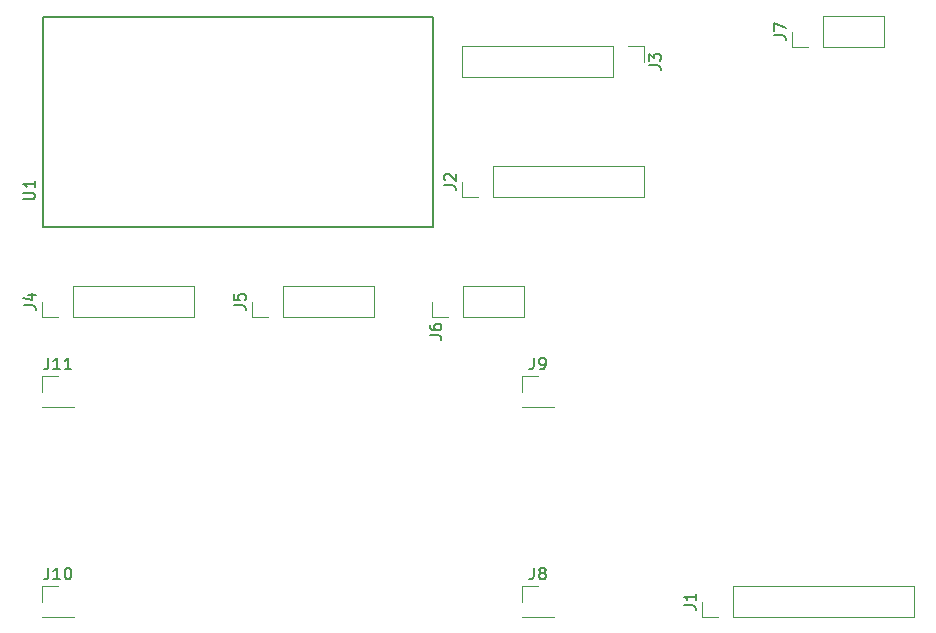
<source format=gbr>
%TF.GenerationSoftware,KiCad,Pcbnew,8.0.6*%
%TF.CreationDate,2024-11-20T22:47:01+01:00*%
%TF.ProjectId,Serverl_fter,53657276-6572-46cf-9c66-7465722e6b69,rev?*%
%TF.SameCoordinates,Original*%
%TF.FileFunction,Legend,Top*%
%TF.FilePolarity,Positive*%
%FSLAX46Y46*%
G04 Gerber Fmt 4.6, Leading zero omitted, Abs format (unit mm)*
G04 Created by KiCad (PCBNEW 8.0.6) date 2024-11-20 22:47:01*
%MOMM*%
%LPD*%
G01*
G04 APERTURE LIST*
%ADD10C,0.150000*%
%ADD11C,0.120000*%
%ADD12C,0.127000*%
G04 APERTURE END LIST*
D10*
X75866666Y-55544819D02*
X75866666Y-56259104D01*
X75866666Y-56259104D02*
X75819047Y-56401961D01*
X75819047Y-56401961D02*
X75723809Y-56497200D01*
X75723809Y-56497200D02*
X75580952Y-56544819D01*
X75580952Y-56544819D02*
X75485714Y-56544819D01*
X76390476Y-56544819D02*
X76580952Y-56544819D01*
X76580952Y-56544819D02*
X76676190Y-56497200D01*
X76676190Y-56497200D02*
X76723809Y-56449580D01*
X76723809Y-56449580D02*
X76819047Y-56306723D01*
X76819047Y-56306723D02*
X76866666Y-56116247D01*
X76866666Y-56116247D02*
X76866666Y-55735295D01*
X76866666Y-55735295D02*
X76819047Y-55640057D01*
X76819047Y-55640057D02*
X76771428Y-55592438D01*
X76771428Y-55592438D02*
X76676190Y-55544819D01*
X76676190Y-55544819D02*
X76485714Y-55544819D01*
X76485714Y-55544819D02*
X76390476Y-55592438D01*
X76390476Y-55592438D02*
X76342857Y-55640057D01*
X76342857Y-55640057D02*
X76295238Y-55735295D01*
X76295238Y-55735295D02*
X76295238Y-55973390D01*
X76295238Y-55973390D02*
X76342857Y-56068628D01*
X76342857Y-56068628D02*
X76390476Y-56116247D01*
X76390476Y-56116247D02*
X76485714Y-56163866D01*
X76485714Y-56163866D02*
X76676190Y-56163866D01*
X76676190Y-56163866D02*
X76771428Y-56116247D01*
X76771428Y-56116247D02*
X76819047Y-56068628D01*
X76819047Y-56068628D02*
X76866666Y-55973390D01*
X32619819Y-42146904D02*
X33429342Y-42146904D01*
X33429342Y-42146904D02*
X33524580Y-42099285D01*
X33524580Y-42099285D02*
X33572200Y-42051666D01*
X33572200Y-42051666D02*
X33619819Y-41956428D01*
X33619819Y-41956428D02*
X33619819Y-41765952D01*
X33619819Y-41765952D02*
X33572200Y-41670714D01*
X33572200Y-41670714D02*
X33524580Y-41623095D01*
X33524580Y-41623095D02*
X33429342Y-41575476D01*
X33429342Y-41575476D02*
X32619819Y-41575476D01*
X33619819Y-40575476D02*
X33619819Y-41146904D01*
X33619819Y-40861190D02*
X32619819Y-40861190D01*
X32619819Y-40861190D02*
X32762676Y-40956428D01*
X32762676Y-40956428D02*
X32857914Y-41051666D01*
X32857914Y-41051666D02*
X32905533Y-41146904D01*
X85604819Y-30813333D02*
X86319104Y-30813333D01*
X86319104Y-30813333D02*
X86461961Y-30860952D01*
X86461961Y-30860952D02*
X86557200Y-30956190D01*
X86557200Y-30956190D02*
X86604819Y-31099047D01*
X86604819Y-31099047D02*
X86604819Y-31194285D01*
X85604819Y-30432380D02*
X85604819Y-29813333D01*
X85604819Y-29813333D02*
X85985771Y-30146666D01*
X85985771Y-30146666D02*
X85985771Y-30003809D01*
X85985771Y-30003809D02*
X86033390Y-29908571D01*
X86033390Y-29908571D02*
X86081009Y-29860952D01*
X86081009Y-29860952D02*
X86176247Y-29813333D01*
X86176247Y-29813333D02*
X86414342Y-29813333D01*
X86414342Y-29813333D02*
X86509580Y-29860952D01*
X86509580Y-29860952D02*
X86557200Y-29908571D01*
X86557200Y-29908571D02*
X86604819Y-30003809D01*
X86604819Y-30003809D02*
X86604819Y-30289523D01*
X86604819Y-30289523D02*
X86557200Y-30384761D01*
X86557200Y-30384761D02*
X86509580Y-30432380D01*
X32684819Y-51133333D02*
X33399104Y-51133333D01*
X33399104Y-51133333D02*
X33541961Y-51180952D01*
X33541961Y-51180952D02*
X33637200Y-51276190D01*
X33637200Y-51276190D02*
X33684819Y-51419047D01*
X33684819Y-51419047D02*
X33684819Y-51514285D01*
X33018152Y-50228571D02*
X33684819Y-50228571D01*
X32637200Y-50466666D02*
X33351485Y-50704761D01*
X33351485Y-50704761D02*
X33351485Y-50085714D01*
X67034819Y-53673333D02*
X67749104Y-53673333D01*
X67749104Y-53673333D02*
X67891961Y-53720952D01*
X67891961Y-53720952D02*
X67987200Y-53816190D01*
X67987200Y-53816190D02*
X68034819Y-53959047D01*
X68034819Y-53959047D02*
X68034819Y-54054285D01*
X67034819Y-52768571D02*
X67034819Y-52959047D01*
X67034819Y-52959047D02*
X67082438Y-53054285D01*
X67082438Y-53054285D02*
X67130057Y-53101904D01*
X67130057Y-53101904D02*
X67272914Y-53197142D01*
X67272914Y-53197142D02*
X67463390Y-53244761D01*
X67463390Y-53244761D02*
X67844342Y-53244761D01*
X67844342Y-53244761D02*
X67939580Y-53197142D01*
X67939580Y-53197142D02*
X67987200Y-53149523D01*
X67987200Y-53149523D02*
X68034819Y-53054285D01*
X68034819Y-53054285D02*
X68034819Y-52863809D01*
X68034819Y-52863809D02*
X67987200Y-52768571D01*
X67987200Y-52768571D02*
X67939580Y-52720952D01*
X67939580Y-52720952D02*
X67844342Y-52673333D01*
X67844342Y-52673333D02*
X67606247Y-52673333D01*
X67606247Y-52673333D02*
X67511009Y-52720952D01*
X67511009Y-52720952D02*
X67463390Y-52768571D01*
X67463390Y-52768571D02*
X67415771Y-52863809D01*
X67415771Y-52863809D02*
X67415771Y-53054285D01*
X67415771Y-53054285D02*
X67463390Y-53149523D01*
X67463390Y-53149523D02*
X67511009Y-53197142D01*
X67511009Y-53197142D02*
X67606247Y-53244761D01*
X50464819Y-51133333D02*
X51179104Y-51133333D01*
X51179104Y-51133333D02*
X51321961Y-51180952D01*
X51321961Y-51180952D02*
X51417200Y-51276190D01*
X51417200Y-51276190D02*
X51464819Y-51419047D01*
X51464819Y-51419047D02*
X51464819Y-51514285D01*
X50464819Y-50180952D02*
X50464819Y-50657142D01*
X50464819Y-50657142D02*
X50941009Y-50704761D01*
X50941009Y-50704761D02*
X50893390Y-50657142D01*
X50893390Y-50657142D02*
X50845771Y-50561904D01*
X50845771Y-50561904D02*
X50845771Y-50323809D01*
X50845771Y-50323809D02*
X50893390Y-50228571D01*
X50893390Y-50228571D02*
X50941009Y-50180952D01*
X50941009Y-50180952D02*
X51036247Y-50133333D01*
X51036247Y-50133333D02*
X51274342Y-50133333D01*
X51274342Y-50133333D02*
X51369580Y-50180952D01*
X51369580Y-50180952D02*
X51417200Y-50228571D01*
X51417200Y-50228571D02*
X51464819Y-50323809D01*
X51464819Y-50323809D02*
X51464819Y-50561904D01*
X51464819Y-50561904D02*
X51417200Y-50657142D01*
X51417200Y-50657142D02*
X51369580Y-50704761D01*
X34750476Y-55544819D02*
X34750476Y-56259104D01*
X34750476Y-56259104D02*
X34702857Y-56401961D01*
X34702857Y-56401961D02*
X34607619Y-56497200D01*
X34607619Y-56497200D02*
X34464762Y-56544819D01*
X34464762Y-56544819D02*
X34369524Y-56544819D01*
X35750476Y-56544819D02*
X35179048Y-56544819D01*
X35464762Y-56544819D02*
X35464762Y-55544819D01*
X35464762Y-55544819D02*
X35369524Y-55687676D01*
X35369524Y-55687676D02*
X35274286Y-55782914D01*
X35274286Y-55782914D02*
X35179048Y-55830533D01*
X36702857Y-56544819D02*
X36131429Y-56544819D01*
X36417143Y-56544819D02*
X36417143Y-55544819D01*
X36417143Y-55544819D02*
X36321905Y-55687676D01*
X36321905Y-55687676D02*
X36226667Y-55782914D01*
X36226667Y-55782914D02*
X36131429Y-55830533D01*
X88564819Y-76533333D02*
X89279104Y-76533333D01*
X89279104Y-76533333D02*
X89421961Y-76580952D01*
X89421961Y-76580952D02*
X89517200Y-76676190D01*
X89517200Y-76676190D02*
X89564819Y-76819047D01*
X89564819Y-76819047D02*
X89564819Y-76914285D01*
X89564819Y-75533333D02*
X89564819Y-76104761D01*
X89564819Y-75819047D02*
X88564819Y-75819047D01*
X88564819Y-75819047D02*
X88707676Y-75914285D01*
X88707676Y-75914285D02*
X88802914Y-76009523D01*
X88802914Y-76009523D02*
X88850533Y-76104761D01*
X68244819Y-40973333D02*
X68959104Y-40973333D01*
X68959104Y-40973333D02*
X69101961Y-41020952D01*
X69101961Y-41020952D02*
X69197200Y-41116190D01*
X69197200Y-41116190D02*
X69244819Y-41259047D01*
X69244819Y-41259047D02*
X69244819Y-41354285D01*
X68340057Y-40544761D02*
X68292438Y-40497142D01*
X68292438Y-40497142D02*
X68244819Y-40401904D01*
X68244819Y-40401904D02*
X68244819Y-40163809D01*
X68244819Y-40163809D02*
X68292438Y-40068571D01*
X68292438Y-40068571D02*
X68340057Y-40020952D01*
X68340057Y-40020952D02*
X68435295Y-39973333D01*
X68435295Y-39973333D02*
X68530533Y-39973333D01*
X68530533Y-39973333D02*
X68673390Y-40020952D01*
X68673390Y-40020952D02*
X69244819Y-40592380D01*
X69244819Y-40592380D02*
X69244819Y-39973333D01*
X34750476Y-73324819D02*
X34750476Y-74039104D01*
X34750476Y-74039104D02*
X34702857Y-74181961D01*
X34702857Y-74181961D02*
X34607619Y-74277200D01*
X34607619Y-74277200D02*
X34464762Y-74324819D01*
X34464762Y-74324819D02*
X34369524Y-74324819D01*
X35750476Y-74324819D02*
X35179048Y-74324819D01*
X35464762Y-74324819D02*
X35464762Y-73324819D01*
X35464762Y-73324819D02*
X35369524Y-73467676D01*
X35369524Y-73467676D02*
X35274286Y-73562914D01*
X35274286Y-73562914D02*
X35179048Y-73610533D01*
X36369524Y-73324819D02*
X36464762Y-73324819D01*
X36464762Y-73324819D02*
X36560000Y-73372438D01*
X36560000Y-73372438D02*
X36607619Y-73420057D01*
X36607619Y-73420057D02*
X36655238Y-73515295D01*
X36655238Y-73515295D02*
X36702857Y-73705771D01*
X36702857Y-73705771D02*
X36702857Y-73943866D01*
X36702857Y-73943866D02*
X36655238Y-74134342D01*
X36655238Y-74134342D02*
X36607619Y-74229580D01*
X36607619Y-74229580D02*
X36560000Y-74277200D01*
X36560000Y-74277200D02*
X36464762Y-74324819D01*
X36464762Y-74324819D02*
X36369524Y-74324819D01*
X36369524Y-74324819D02*
X36274286Y-74277200D01*
X36274286Y-74277200D02*
X36226667Y-74229580D01*
X36226667Y-74229580D02*
X36179048Y-74134342D01*
X36179048Y-74134342D02*
X36131429Y-73943866D01*
X36131429Y-73943866D02*
X36131429Y-73705771D01*
X36131429Y-73705771D02*
X36179048Y-73515295D01*
X36179048Y-73515295D02*
X36226667Y-73420057D01*
X36226667Y-73420057D02*
X36274286Y-73372438D01*
X36274286Y-73372438D02*
X36369524Y-73324819D01*
X75866666Y-73324819D02*
X75866666Y-74039104D01*
X75866666Y-74039104D02*
X75819047Y-74181961D01*
X75819047Y-74181961D02*
X75723809Y-74277200D01*
X75723809Y-74277200D02*
X75580952Y-74324819D01*
X75580952Y-74324819D02*
X75485714Y-74324819D01*
X76485714Y-73753390D02*
X76390476Y-73705771D01*
X76390476Y-73705771D02*
X76342857Y-73658152D01*
X76342857Y-73658152D02*
X76295238Y-73562914D01*
X76295238Y-73562914D02*
X76295238Y-73515295D01*
X76295238Y-73515295D02*
X76342857Y-73420057D01*
X76342857Y-73420057D02*
X76390476Y-73372438D01*
X76390476Y-73372438D02*
X76485714Y-73324819D01*
X76485714Y-73324819D02*
X76676190Y-73324819D01*
X76676190Y-73324819D02*
X76771428Y-73372438D01*
X76771428Y-73372438D02*
X76819047Y-73420057D01*
X76819047Y-73420057D02*
X76866666Y-73515295D01*
X76866666Y-73515295D02*
X76866666Y-73562914D01*
X76866666Y-73562914D02*
X76819047Y-73658152D01*
X76819047Y-73658152D02*
X76771428Y-73705771D01*
X76771428Y-73705771D02*
X76676190Y-73753390D01*
X76676190Y-73753390D02*
X76485714Y-73753390D01*
X76485714Y-73753390D02*
X76390476Y-73801009D01*
X76390476Y-73801009D02*
X76342857Y-73848628D01*
X76342857Y-73848628D02*
X76295238Y-73943866D01*
X76295238Y-73943866D02*
X76295238Y-74134342D01*
X76295238Y-74134342D02*
X76342857Y-74229580D01*
X76342857Y-74229580D02*
X76390476Y-74277200D01*
X76390476Y-74277200D02*
X76485714Y-74324819D01*
X76485714Y-74324819D02*
X76676190Y-74324819D01*
X76676190Y-74324819D02*
X76771428Y-74277200D01*
X76771428Y-74277200D02*
X76819047Y-74229580D01*
X76819047Y-74229580D02*
X76866666Y-74134342D01*
X76866666Y-74134342D02*
X76866666Y-73943866D01*
X76866666Y-73943866D02*
X76819047Y-73848628D01*
X76819047Y-73848628D02*
X76771428Y-73801009D01*
X76771428Y-73801009D02*
X76676190Y-73753390D01*
X96184819Y-28273333D02*
X96899104Y-28273333D01*
X96899104Y-28273333D02*
X97041961Y-28320952D01*
X97041961Y-28320952D02*
X97137200Y-28416190D01*
X97137200Y-28416190D02*
X97184819Y-28559047D01*
X97184819Y-28559047D02*
X97184819Y-28654285D01*
X96184819Y-27892380D02*
X96184819Y-27225714D01*
X96184819Y-27225714D02*
X97184819Y-27654285D01*
D11*
%TO.C,J9*%
X74870000Y-57090000D02*
X76200000Y-57090000D01*
X74870000Y-58420000D02*
X74870000Y-57090000D01*
X74870000Y-59690000D02*
X74870000Y-59750000D01*
X74870000Y-59690000D02*
X77530000Y-59690000D01*
X74870000Y-59750000D02*
X77530000Y-59750000D01*
X77530000Y-59690000D02*
X77530000Y-59750000D01*
D12*
%TO.C,U1*%
X34290000Y-26670000D02*
X34290000Y-44450000D01*
X34290000Y-44450000D02*
X67310000Y-44450000D01*
X67310000Y-26670000D02*
X34290000Y-26670000D01*
X67310000Y-44450000D02*
X67310000Y-26670000D01*
D11*
%TO.C,J3*%
X69790000Y-29150000D02*
X69790000Y-31810000D01*
X82550000Y-29150000D02*
X69790000Y-29150000D01*
X82550000Y-29150000D02*
X82550000Y-31810000D01*
X82550000Y-31810000D02*
X69790000Y-31810000D01*
X83820000Y-29150000D02*
X85150000Y-29150000D01*
X85150000Y-29150000D02*
X85150000Y-30480000D01*
%TO.C,J4*%
X34230000Y-52130000D02*
X34230000Y-50800000D01*
X35560000Y-52130000D02*
X34230000Y-52130000D01*
X36830000Y-49470000D02*
X47050000Y-49470000D01*
X36830000Y-52130000D02*
X36830000Y-49470000D01*
X36830000Y-52130000D02*
X47050000Y-52130000D01*
X47050000Y-52130000D02*
X47050000Y-49470000D01*
%TO.C,J6*%
X67250000Y-52130000D02*
X67250000Y-50800000D01*
X68580000Y-52130000D02*
X67250000Y-52130000D01*
X69850000Y-49470000D02*
X74990000Y-49470000D01*
X69850000Y-52130000D02*
X69850000Y-49470000D01*
X69850000Y-52130000D02*
X74990000Y-52130000D01*
X74990000Y-52130000D02*
X74990000Y-49470000D01*
%TO.C,J5*%
X52010000Y-52130000D02*
X52010000Y-50800000D01*
X53340000Y-52130000D02*
X52010000Y-52130000D01*
X54610000Y-49470000D02*
X62290000Y-49470000D01*
X54610000Y-52130000D02*
X54610000Y-49470000D01*
X54610000Y-52130000D02*
X62290000Y-52130000D01*
X62290000Y-52130000D02*
X62290000Y-49470000D01*
%TO.C,J11*%
X34230000Y-57090000D02*
X35560000Y-57090000D01*
X34230000Y-58420000D02*
X34230000Y-57090000D01*
X34230000Y-59690000D02*
X34230000Y-59750000D01*
X34230000Y-59690000D02*
X36890000Y-59690000D01*
X34230000Y-59750000D02*
X36890000Y-59750000D01*
X36890000Y-59690000D02*
X36890000Y-59750000D01*
%TO.C,J1*%
X90110000Y-77530000D02*
X90110000Y-76200000D01*
X91440000Y-77530000D02*
X90110000Y-77530000D01*
X92710000Y-74870000D02*
X108010000Y-74870000D01*
X92710000Y-77530000D02*
X92710000Y-74870000D01*
X92710000Y-77530000D02*
X108010000Y-77530000D01*
X108010000Y-77530000D02*
X108010000Y-74870000D01*
%TO.C,J2*%
X69790000Y-41970000D02*
X69790000Y-40640000D01*
X71120000Y-41970000D02*
X69790000Y-41970000D01*
X72390000Y-39310000D02*
X85150000Y-39310000D01*
X72390000Y-41970000D02*
X72390000Y-39310000D01*
X72390000Y-41970000D02*
X85150000Y-41970000D01*
X85150000Y-41970000D02*
X85150000Y-39310000D01*
%TO.C,J10*%
X34230000Y-74870000D02*
X35560000Y-74870000D01*
X34230000Y-76200000D02*
X34230000Y-74870000D01*
X34230000Y-77470000D02*
X34230000Y-77530000D01*
X34230000Y-77470000D02*
X36890000Y-77470000D01*
X34230000Y-77530000D02*
X36890000Y-77530000D01*
X36890000Y-77470000D02*
X36890000Y-77530000D01*
%TO.C,J8*%
X74870000Y-74870000D02*
X76200000Y-74870000D01*
X74870000Y-76200000D02*
X74870000Y-74870000D01*
X74870000Y-77470000D02*
X74870000Y-77530000D01*
X74870000Y-77470000D02*
X77530000Y-77470000D01*
X74870000Y-77530000D02*
X77530000Y-77530000D01*
X77530000Y-77470000D02*
X77530000Y-77530000D01*
%TO.C,J7*%
X97730000Y-29270000D02*
X97730000Y-27940000D01*
X99060000Y-29270000D02*
X97730000Y-29270000D01*
X100330000Y-26610000D02*
X105470000Y-26610000D01*
X100330000Y-29270000D02*
X100330000Y-26610000D01*
X100330000Y-29270000D02*
X105470000Y-29270000D01*
X105470000Y-29270000D02*
X105470000Y-26610000D01*
%TD*%
M02*

</source>
